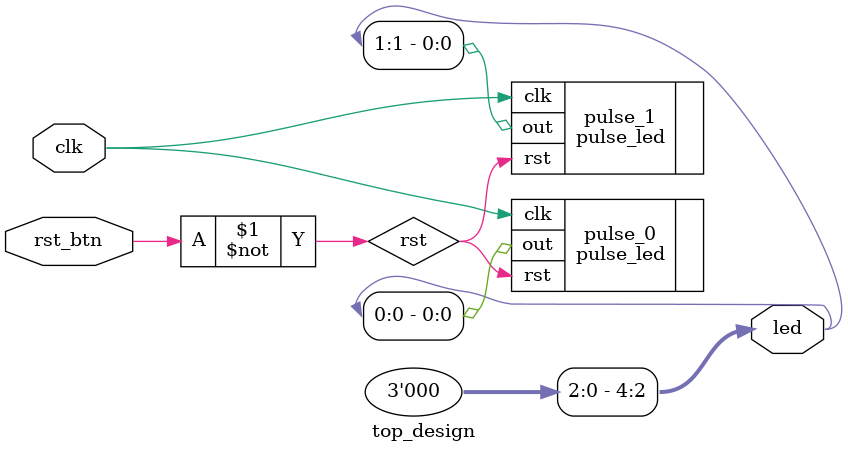
<source format=v>
module top_design (

	// Inputs
	input clk,
	input rst_btn,

	// Outputs
	output [4:0] led
);

	//  Internal signals
	wire rst;

	// Invert active-low button
	assign rst = ~rst_btn;

	// Turn all the leds off
	assign led[4:2] = 1'b000;

	// instantiate a module
	pulse_led pulse_0 (
		.clk(clk),
		.rst(rst),
		.out(led[0])
	);
	// instantiate a module
	pulse_led pulse_1 (
		.clk(clk),
		.rst(rst),
		.out(led[1])
	);
//	// iVnstantiate a module
//	clock_divider div_1 (
//		.clk(clk),
//		.rst(rst),
//		.out(led[0])
//	);
//	defparam div_1.COUNT_WIDTH	= 32;
//	defparam div_1.MAX_COUNT	= 1500000 - 1;
//
//	// Instantiate the second clock divider module
//	clock_divider div_2 (
//		.clk(clk),
//		.rst(rst),
//		.out(led[1])
//	);
endmodule

</source>
